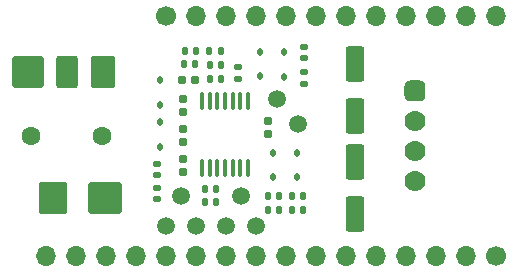
<source format=gbr>
%TF.GenerationSoftware,KiCad,Pcbnew,8.0.5*%
%TF.CreationDate,2024-09-24T12:34:27-04:00*%
%TF.ProjectId,afe-featherwing,6166652d-6665-4617-9468-657277696e67,rev?*%
%TF.SameCoordinates,Original*%
%TF.FileFunction,Soldermask,Top*%
%TF.FilePolarity,Negative*%
%FSLAX46Y46*%
G04 Gerber Fmt 4.6, Leading zero omitted, Abs format (unit mm)*
G04 Created by KiCad (PCBNEW 8.0.5) date 2024-09-24 12:34:28*
%MOMM*%
%LPD*%
G01*
G04 APERTURE LIST*
G04 Aperture macros list*
%AMRoundRect*
0 Rectangle with rounded corners*
0 $1 Rounding radius*
0 $2 $3 $4 $5 $6 $7 $8 $9 X,Y pos of 4 corners*
0 Add a 4 corners polygon primitive as box body*
4,1,4,$2,$3,$4,$5,$6,$7,$8,$9,$2,$3,0*
0 Add four circle primitives for the rounded corners*
1,1,$1+$1,$2,$3*
1,1,$1+$1,$4,$5*
1,1,$1+$1,$6,$7*
1,1,$1+$1,$8,$9*
0 Add four rect primitives between the rounded corners*
20,1,$1+$1,$2,$3,$4,$5,0*
20,1,$1+$1,$4,$5,$6,$7,0*
20,1,$1+$1,$6,$7,$8,$9,0*
20,1,$1+$1,$8,$9,$2,$3,0*%
G04 Aperture macros list end*
%ADD10C,1.500000*%
%ADD11RoundRect,0.100000X-0.100000X0.637500X-0.100000X-0.637500X0.100000X-0.637500X0.100000X0.637500X0*%
%ADD12RoundRect,0.180000X0.720000X-1.170000X0.720000X1.170000X-0.720000X1.170000X-0.720000X-1.170000X0*%
%ADD13RoundRect,0.240000X0.960000X-1.110000X0.960000X1.110000X-0.960000X1.110000X-0.960000X-1.110000X0*%
%ADD14RoundRect,0.210000X0.840000X-1.140000X0.840000X1.140000X-0.840000X1.140000X-0.840000X-1.140000X0*%
%ADD15RoundRect,0.270000X1.180000X-1.080000X1.180000X1.080000X-1.180000X1.080000X-1.180000X-1.080000X0*%
%ADD16RoundRect,0.270000X1.080000X-1.080000X1.080000X1.080000X-1.080000X1.080000X-1.080000X-1.080000X0*%
%ADD17C,1.600000*%
%ADD18RoundRect,0.147500X-0.172500X0.147500X-0.172500X-0.147500X0.172500X-0.147500X0.172500X0.147500X0*%
%ADD19RoundRect,0.147500X0.147500X0.172500X-0.147500X0.172500X-0.147500X-0.172500X0.147500X-0.172500X0*%
%ADD20RoundRect,0.444500X-0.444500X0.444500X-0.444500X-0.444500X0.444500X-0.444500X0.444500X0.444500X0*%
%ADD21C,1.778000*%
%ADD22RoundRect,0.147500X-0.147500X-0.172500X0.147500X-0.172500X0.147500X0.172500X-0.147500X0.172500X0*%
%ADD23RoundRect,0.155000X-0.212500X-0.155000X0.212500X-0.155000X0.212500X0.155000X-0.212500X0.155000X0*%
%ADD24RoundRect,0.250000X-0.550000X1.250000X-0.550000X-1.250000X0.550000X-1.250000X0.550000X1.250000X0*%
%ADD25RoundRect,0.112500X0.112500X-0.187500X0.112500X0.187500X-0.112500X0.187500X-0.112500X-0.187500X0*%
%ADD26RoundRect,0.112500X-0.112500X0.187500X-0.112500X-0.187500X0.112500X-0.187500X0.112500X0.187500X0*%
%ADD27RoundRect,0.155000X-0.155000X0.212500X-0.155000X-0.212500X0.155000X-0.212500X0.155000X0.212500X0*%
%ADD28RoundRect,0.155000X0.155000X-0.212500X0.155000X0.212500X-0.155000X0.212500X-0.155000X-0.212500X0*%
%ADD29C,1.700000*%
%ADD30O,1.700000X1.700000*%
G04 APERTURE END LIST*
D10*
%TO.C,TP8*%
X154940000Y-97790000D03*
%TD*%
%TO.C,TP7*%
X159766000Y-91694000D03*
%TD*%
%TO.C,TP6*%
X157988000Y-89535000D03*
%TD*%
%TO.C,TP5*%
X156210000Y-100330000D03*
%TD*%
%TO.C,TP4*%
X153670000Y-100330000D03*
%TD*%
%TO.C,TP3*%
X151130000Y-100330000D03*
%TD*%
%TO.C,TP2*%
X148590000Y-100330000D03*
%TD*%
%TO.C,TP1*%
X149860000Y-97790000D03*
%TD*%
D11*
%TO.C,U1*%
X155571600Y-89681100D03*
X154921600Y-89681100D03*
X154271600Y-89681100D03*
X153621600Y-89681100D03*
X152971600Y-89681100D03*
X152321600Y-89681100D03*
X151671600Y-89681100D03*
X151671600Y-95406100D03*
X152321600Y-95406100D03*
X152971600Y-95406100D03*
X153621600Y-95406100D03*
X154271600Y-95406100D03*
X154921600Y-95406100D03*
X155571600Y-95406100D03*
%TD*%
D12*
%TO.C,J1*%
X140260000Y-87260000D03*
D13*
X139060000Y-97960000D03*
D14*
X143260000Y-87260000D03*
D15*
X143460000Y-97960000D03*
D16*
X136960000Y-87260000D03*
D17*
X143160000Y-92710000D03*
X137160000Y-92710000D03*
%TD*%
D18*
%TO.C,R11*%
X147828000Y-98044000D03*
X147828000Y-97074000D03*
%TD*%
%TO.C,R10*%
X147828000Y-96012000D03*
X147828000Y-95042000D03*
%TD*%
D19*
%TO.C,R9*%
X151915000Y-97155000D03*
X152885000Y-97155000D03*
%TD*%
%TO.C,R8*%
X151915000Y-98298000D03*
X152885000Y-98298000D03*
%TD*%
D20*
%TO.C,J5*%
X169672000Y-88900000D03*
D21*
X169672000Y-91440000D03*
X169672000Y-93980000D03*
X169672000Y-96520000D03*
%TD*%
D22*
%TO.C,R16*%
X158219000Y-98933000D03*
X157249000Y-98933000D03*
%TD*%
D19*
%TO.C,R14*%
X159281000Y-97790000D03*
X160251000Y-97790000D03*
%TD*%
%TO.C,R13*%
X159281000Y-98933000D03*
X160251000Y-98933000D03*
%TD*%
%TO.C,R5*%
X151107000Y-86614000D03*
X150137000Y-86614000D03*
%TD*%
D22*
%TO.C,R1*%
X153291400Y-86621400D03*
X152321400Y-86621400D03*
%TD*%
D23*
%TO.C,C1*%
X151113300Y-87891400D03*
X149978300Y-87891400D03*
%TD*%
D24*
%TO.C,C7*%
X164592000Y-86547600D03*
X164592000Y-90947600D03*
%TD*%
%TO.C,C8*%
X164592000Y-99314000D03*
X164592000Y-94914000D03*
%TD*%
D22*
%TO.C,R15*%
X158219000Y-97790000D03*
X157249000Y-97790000D03*
%TD*%
D18*
%TO.C,R12*%
X160274000Y-87272000D03*
X160274000Y-88242000D03*
%TD*%
D22*
%TO.C,R4*%
X151157800Y-85478400D03*
X150187800Y-85478400D03*
%TD*%
D18*
%TO.C,R7*%
X160274000Y-86083000D03*
X160274000Y-85113000D03*
%TD*%
%TO.C,R6*%
X154686000Y-87817600D03*
X154686000Y-86847600D03*
%TD*%
D25*
%TO.C,D6*%
X159743000Y-96182800D03*
X159743000Y-94082800D03*
%TD*%
%TO.C,D5*%
X157655400Y-96182800D03*
X157655400Y-94082800D03*
%TD*%
D26*
%TO.C,D4*%
X158623000Y-85564000D03*
X158623000Y-87664000D03*
%TD*%
D25*
%TO.C,D3*%
X156591000Y-87630000D03*
X156591000Y-85530000D03*
%TD*%
D27*
%TO.C,C6*%
X150091000Y-95751100D03*
X150091000Y-94616100D03*
%TD*%
D26*
%TO.C,D2*%
X148082000Y-91499000D03*
X148082000Y-93599000D03*
%TD*%
%TO.C,D1*%
X148082000Y-87943000D03*
X148082000Y-90043000D03*
%TD*%
D22*
%TO.C,R2*%
X153266000Y-85471000D03*
X152296000Y-85471000D03*
%TD*%
D19*
%TO.C,R3*%
X152346800Y-87866000D03*
X153316800Y-87866000D03*
%TD*%
D28*
%TO.C,C5*%
X157226000Y-91380500D03*
X157226000Y-92515500D03*
%TD*%
%TO.C,C3*%
X150091000Y-89536100D03*
X150091000Y-90671100D03*
%TD*%
%TO.C,C2*%
X150091000Y-92076100D03*
X150091000Y-93211100D03*
%TD*%
D29*
%TO.C,J3*%
X148590000Y-82550000D03*
D30*
X151130000Y-82550000D03*
X153670000Y-82550000D03*
X156210000Y-82550000D03*
X158750000Y-82550000D03*
X161290000Y-82550000D03*
X163830000Y-82550000D03*
X166370000Y-82550000D03*
X168910000Y-82550000D03*
X171450000Y-82550000D03*
X173990000Y-82550000D03*
X176530000Y-82550000D03*
%TD*%
%TO.C,J2*%
X138430000Y-102870000D03*
X140970000Y-102870000D03*
X143510000Y-102870000D03*
X146050000Y-102870000D03*
X148590000Y-102870000D03*
X151130000Y-102870000D03*
X153670000Y-102870000D03*
X156210000Y-102870000D03*
X158750000Y-102870000D03*
X161290000Y-102870000D03*
X163830000Y-102870000D03*
X166370000Y-102870000D03*
X168910000Y-102870000D03*
X171450000Y-102870000D03*
X173990000Y-102870000D03*
D29*
X176530000Y-102870000D03*
%TD*%
M02*

</source>
